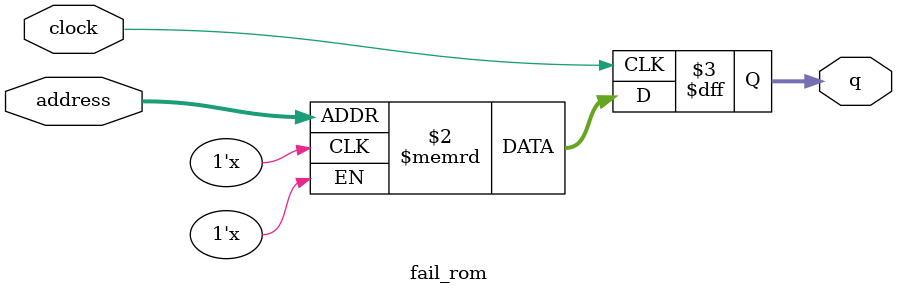
<source format=sv>
module fail_rom (
	input logic clock,
	input logic [16:0] address,
	output logic [1:0] q
);

logic [1:0] memory [0:124999] /* synthesis ram_init_file = "./fail/fail.COE" */;

always_ff @ (posedge clock) begin
	q <= memory[address];
end

endmodule

</source>
